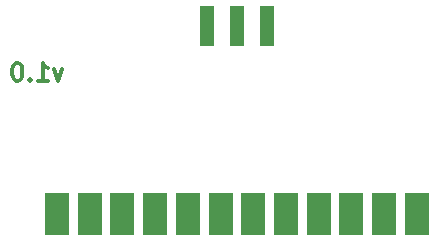
<source format=gbr>
G04 #@! TF.GenerationSoftware,KiCad,Pcbnew,(5.0.0-rc2-dev-231-ge0e0687cd)*
G04 #@! TF.CreationDate,2018-07-23T22:11:47+02:00*
G04 #@! TF.ProjectId,WiFi_Plotter,576946695F506C6F747465722E6B6963,rev?*
G04 #@! TF.SameCoordinates,Original*
G04 #@! TF.FileFunction,Soldermask,Bot*
G04 #@! TF.FilePolarity,Negative*
%FSLAX46Y46*%
G04 Gerber Fmt 4.6, Leading zero omitted, Abs format (unit mm)*
G04 Created by KiCad (PCBNEW (5.0.0-rc2-dev-231-ge0e0687cd)) date Mon Jul 23 22:11:47 2018*
%MOMM*%
%LPD*%
G01*
G04 APERTURE LIST*
%ADD10C,0.300000*%
%ADD11R,1.200000X3.350000*%
%ADD12R,2.046667X3.680000*%
G04 APERTURE END LIST*
D10*
X75195000Y-125678571D02*
X74837857Y-126678571D01*
X74480714Y-125678571D01*
X73123571Y-126678571D02*
X73980714Y-126678571D01*
X73552142Y-126678571D02*
X73552142Y-125178571D01*
X73695000Y-125392857D01*
X73837857Y-125535714D01*
X73980714Y-125607142D01*
X72480714Y-126535714D02*
X72409285Y-126607142D01*
X72480714Y-126678571D01*
X72552142Y-126607142D01*
X72480714Y-126535714D01*
X72480714Y-126678571D01*
X71480714Y-125178571D02*
X71337857Y-125178571D01*
X71195000Y-125250000D01*
X71123571Y-125321428D01*
X71052142Y-125464285D01*
X70980714Y-125750000D01*
X70980714Y-126107142D01*
X71052142Y-126392857D01*
X71123571Y-126535714D01*
X71195000Y-126607142D01*
X71337857Y-126678571D01*
X71480714Y-126678571D01*
X71623571Y-126607142D01*
X71695000Y-126535714D01*
X71766428Y-126392857D01*
X71837857Y-126107142D01*
X71837857Y-125750000D01*
X71766428Y-125464285D01*
X71695000Y-125321428D01*
X71623571Y-125250000D01*
X71480714Y-125178571D01*
D11*
X92540000Y-122000000D03*
X90000000Y-122000000D03*
X87460000Y-122000000D03*
D12*
X74765000Y-138000000D03*
X77535000Y-138000000D03*
X80305000Y-138000000D03*
X83075000Y-138000000D03*
X85845000Y-138000000D03*
X88615000Y-138000000D03*
X91385000Y-138000000D03*
X94155000Y-138000000D03*
X96925000Y-138000000D03*
X99695000Y-138000000D03*
X102465000Y-138000000D03*
X105235000Y-138000000D03*
M02*

</source>
